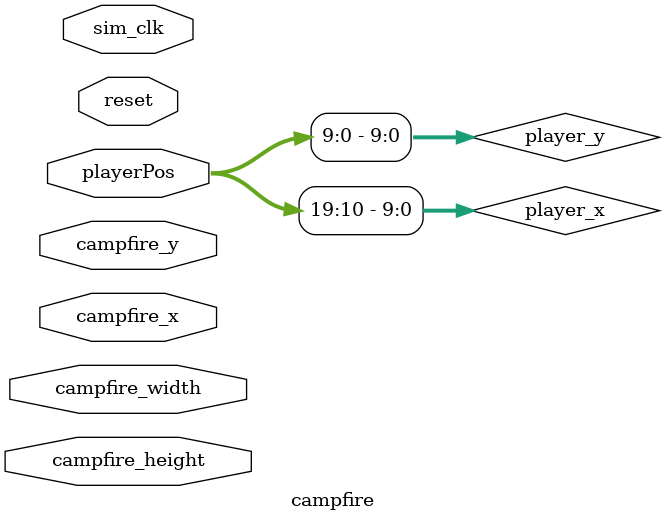
<source format=v>
`timescale 1ns / 1ps

module campfire (
    input wire sim_clk,
    input wire reset,
    input wire [19:0] playerPos,     // Player's position {x, y}
    input wire [9:0] campfire_x,     // Campfire X position
    input wire [9:0] campfire_y,     // Campfire Y position
    input wire [9:0] campfire_width, // Campfire width
    input wire [9:0] campfire_height // Campfire height
);
    wire [9:0] player_x = playerPos[19:10];
    wire [9:0] player_y = playerPos[9:0];

    // Collision detection with player
    wire campfire_collision_x = (player_x >= campfire_x) && (player_x <= campfire_x + campfire_width);
    wire campfire_collision_y = (player_y >= campfire_y) && (player_y <= campfire_y + campfire_height);
    wire campfire_collision = campfire_collision_x && campfire_collision_y;

    // Placeholder: Add effects or behaviors for collision with the player here
    always @(posedge sim_clk or posedge reset) begin
        if (reset) begin
            // Reset any state here if needed
        end else if (campfire_collision) begin
            // Define behavior on collision
        end
    end

endmodule

</source>
